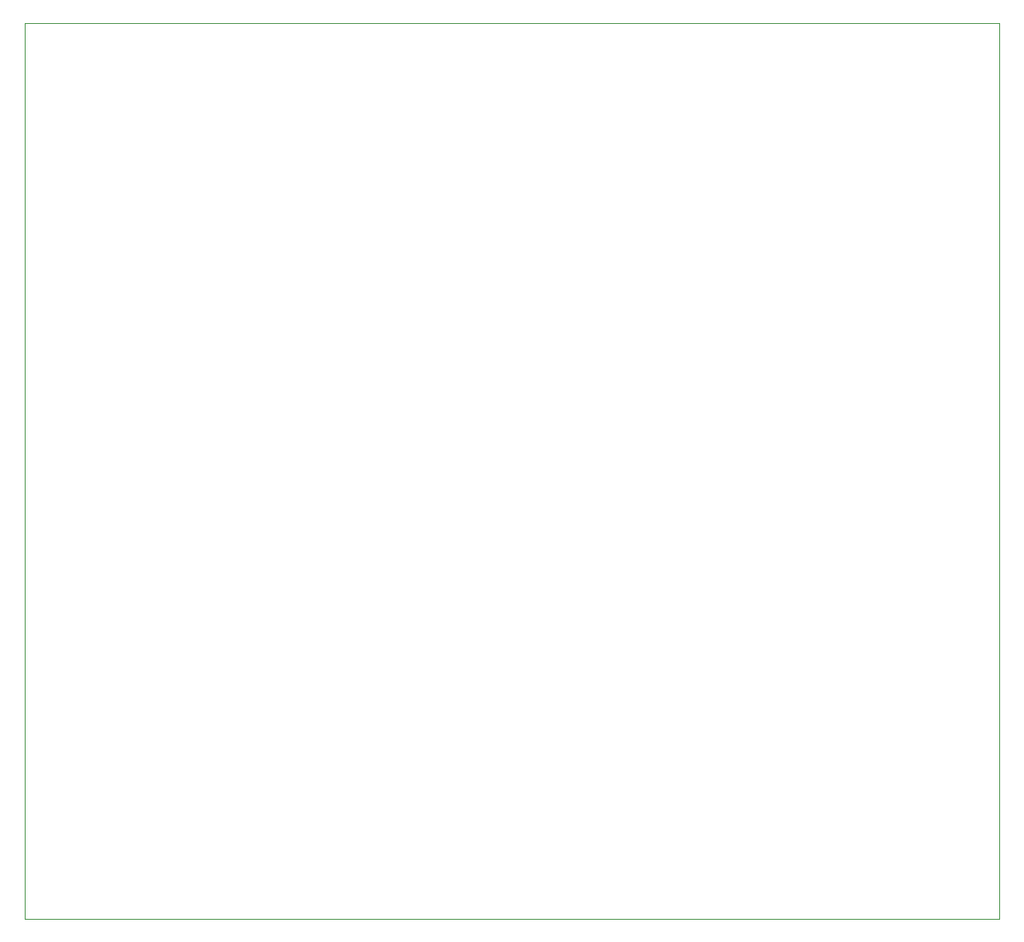
<source format=gm1>
G04 #@! TF.FileFunction,Profile,NP*
%FSLAX46Y46*%
G04 Gerber Fmt 4.6, Leading zero omitted, Abs format (unit mm)*
G04 Created by KiCad (PCBNEW 4.0.7-e2-6376~61~ubuntu18.04.1) date Wed Jul 25 19:22:43 2018*
%MOMM*%
%LPD*%
G01*
G04 APERTURE LIST*
%ADD10C,0.100000*%
G04 APERTURE END LIST*
D10*
X80000000Y-151000000D02*
X80000000Y-59000000D01*
X180000000Y-59000000D02*
X180000000Y-151000000D01*
X180000000Y-59000000D02*
X80000000Y-59000000D01*
X80000000Y-151000000D02*
X180000000Y-151000000D01*
M02*

</source>
